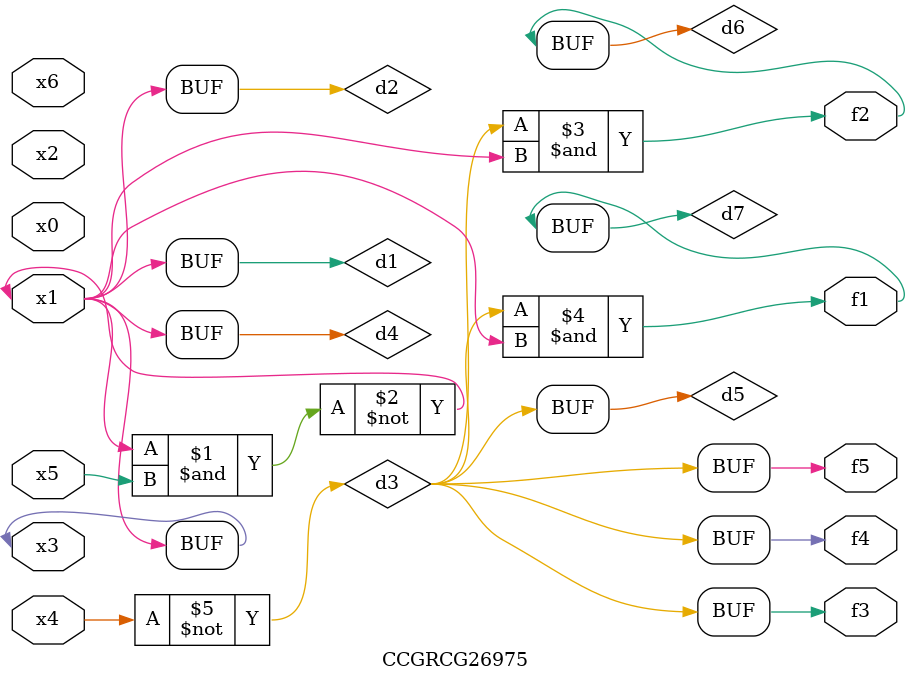
<source format=v>
module CCGRCG26975(
	input x0, x1, x2, x3, x4, x5, x6,
	output f1, f2, f3, f4, f5
);

	wire d1, d2, d3, d4, d5, d6, d7;

	buf (d1, x1, x3);
	nand (d2, x1, x5);
	not (d3, x4);
	buf (d4, d1, d2);
	buf (d5, d3);
	and (d6, d3, d4);
	and (d7, d3, d4);
	assign f1 = d7;
	assign f2 = d6;
	assign f3 = d5;
	assign f4 = d5;
	assign f5 = d5;
endmodule

</source>
